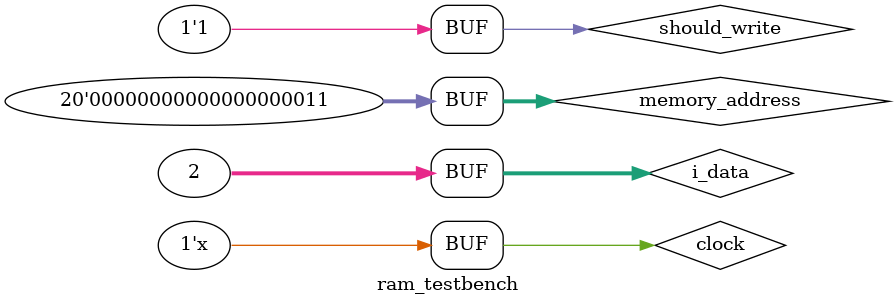
<source format=v>
`timescale 1ns / 1ps


module ram_testbench;

reg clock = 0;
reg [19:0] memory_address = 0;
reg should_write = 0;
reg [31:0] i_data;
wire [31:0] o_data;

always #5
begin
    clock <= ~clock;
end

ram uut(
     .i_clock(clock),
    .i_memory_address(memory_address),
    .i_should_write(should_write),
    .i_data(i_data),
    .o_data(o_data)
);

initial
begin
    // Initially empty
    memory_address = 20'b00000000000000000000;
    #20    
    if (o_data != 32'b00000000000000000000000000000000)
    begin
        $display("Test failed :(");
    end
    
    // cannot write if i_should_write = 0
    i_data = 32'b00000000000000000000000000000010;
    #20
    if (o_data != 32'b00000000000000000000000000000000)
    begin
        $display("Test failed :(");
    end
    
    // can write if i_should_write = 1
    should_write = 1;
    #20
    if (o_data != 32'b00000000000000000000000000000010)
    begin
        $display("Test failed :(");
    end
    
    // can write to different another addresses
    memory_address = 20'b00000000000000000001;
    #20    
    if (o_data != 32'b00000000000000000000000000000010)
    begin
        $display("Test failed :(");
    end
    
    memory_address = 20'b00000000000000000010;
    #20    
    if (o_data != 32'b00000000000000000000000000000010)
    begin
        $display("Test failed :(");
    end
    
    memory_address = 20'b00000000000000000011;
    #20    
    if (o_data != 32'b00000000000000000000000000000010)
    begin
        $display("Test failed :(");
    end
    
end
endmodule

</source>
